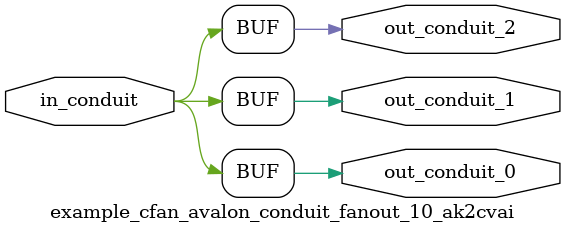
<source format=sv>


 


// --------------------------------------------------------------------------------
//| Avalon Conduit Fan-Out
// --------------------------------------------------------------------------------

// ------------------------------------------
// Generation parameters:
//   output_name:       example_cfan_avalon_conduit_fanout_10_ak2cvai
//   numFanOut:         3
//   
// ------------------------------------------

module example_cfan_avalon_conduit_fanout_10_ak2cvai (     

// Interface: out_conduit_0
 output                    out_conduit_0,
// Interface: out_conduit_1
 output                    out_conduit_1,
// Interface: out_conduit_2
 output                    out_conduit_2,

// Interface: in_conduit
 input                   in_conduit

);

   assign  out_conduit_0 = in_conduit;
   assign  out_conduit_1 = in_conduit;
   assign  out_conduit_2 = in_conduit;

endmodule //


</source>
